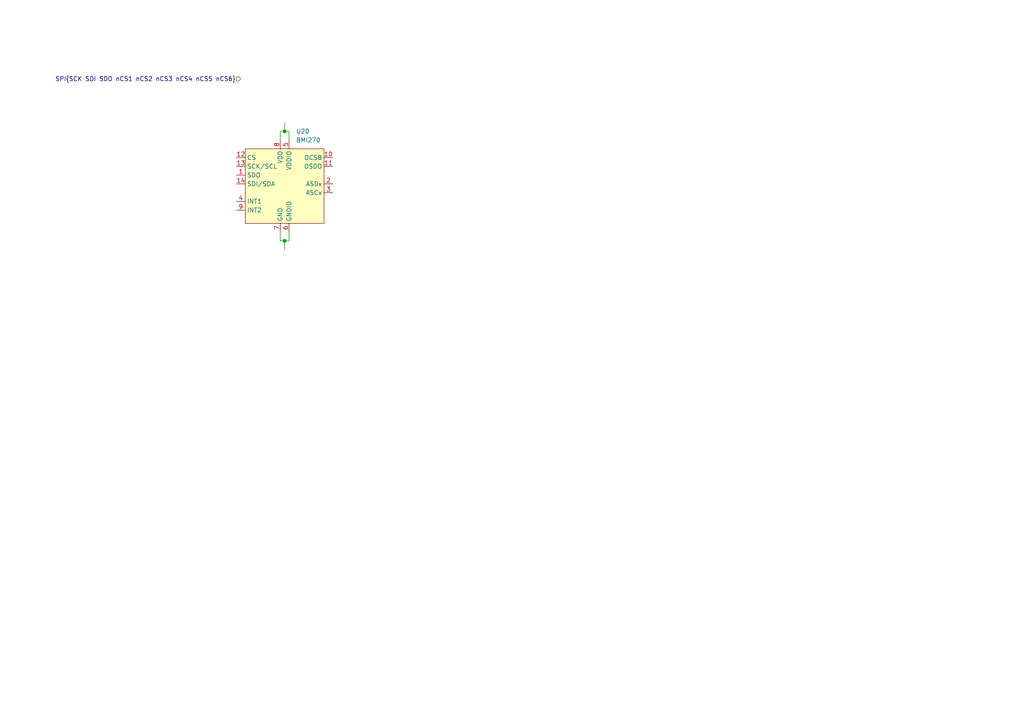
<source format=kicad_sch>
(kicad_sch (version 20230121) (generator eeschema)
  (paper "A4")
  (title_block (rev "1") (company "University of Minnesota") (comment 1 "Author: Thanasi Pantazides, panta013@umn.edu"))
  (lib_symbols
    (symbol "Sensor_Motion:BMI270"
      (property "Reference" "U" (at -7.62 1.27 0))
      (property "Value" "BMI270" (at 7.62 1.27 0))
      (symbol "BMI270_0_1"
        (rectangle (start -11.43 0) (end 11.43 -21.59) (fill (type background)))
      )
      (symbol "BMI270_1_1"
        (pin output line (at -13.97 -7.62 0) (length 2.54) (name "SDO") (number "1"))
        (pin input line (at 13.97 -2.54 180) (length 2.54) (name "OCSB") (number "10"))
        (pin output line (at 13.97 -5.08 180) (length 2.54) (name "OSDO") (number "11"))
        (pin input line (at -13.97 -2.54 0) (length 2.54) (name "CS") (number "12"))
        (pin input line (at -13.97 -5.08 0) (length 2.54) (name "SCK/SCL") (number "13"))
        (pin bidirectional line (at -13.97 -10.16 0) (length 2.54) (name "SDI/SDA") (number "14"))
        (pin bidirectional line (at 13.97 -10.16 180) (length 2.54) (name "ASDx") (number "2"))
        (pin bidirectional line (at 13.97 -12.7 180) (length 2.54) (name "ASCx") (number "3"))
        (pin bidirectional line (at -13.97 -15.24 0) (length 2.54) (name "INT1") (number "4"))
        (pin power_in line (at 1.27 2.54 270) (length 2.54) (name "VDDIO") (number "5"))
        (pin passive line (at 1.27 -24.13 90) (length 2.54) (name "GNDIO") (number "6"))
        (pin passive line (at -1.27 -24.13 90) (length 2.54) (name "GND") (number "7"))
        (pin power_in line (at -1.27 2.54 270) (length 2.54) (name "VDD") (number "8"))
        (pin bidirectional line (at -13.97 -17.78 0) (length 2.54) (name "INT2") (number "9"))
      )
    )
  )
  (junction (at 82.55 69.85))
  (junction (at 82.55 38.1))
  (wire (pts (xy 81.28 40.64) (xy 81.28 38.1)))
  (wire (pts (xy 82.55 38.1) (xy 83.82 38.1)))
  (wire (pts (xy 81.28 67.31) (xy 81.28 69.85)))
  (wire (pts (xy 82.55 35.56) (xy 82.55 38.1)))
  (wire (pts (xy 81.28 38.1) (xy 82.55 38.1)))
  (wire (pts (xy 82.55 69.85) (xy 83.82 69.85)))
  (wire (pts (xy 83.82 38.1) (xy 83.82 40.64)))
  (wire (pts (xy 82.55 69.85) (xy 82.55 72.39)))
  (wire (pts (xy 81.28 69.85) (xy 82.55 69.85)))
  (wire (pts (xy 83.82 69.85) (xy 83.82 67.31)))
  (hierarchical_label "SPI{SCK SDI SDO nCS1 nCS2 nCS3 nCS4 nCS5 nCS6}" (shape input) (at 69.85 22.86 180))
  (symbol (lib_id "Sensor_Motion:BMI270") (at 82.55 43.18 0) (unit 1)
    (property "Reference" "U20" (at 85.8394 38.1 0) (effects (justify left)))
    (property "Value" "BMI270" (at 85.8394 40.64 0) (effects (justify left)))
    (property "Footprint" "Sensor_Motion:BMI270" (effects hide))
    (property "Datasheet" "https://www.bosch-sensortec.com/media/boschsensortec/downloads/datasheets/bst-bmi270-ds000.pdf" (effects hide))
    (property "Digikey" "828-1091-1-ND" (effects hide))
  )
)
</source>
